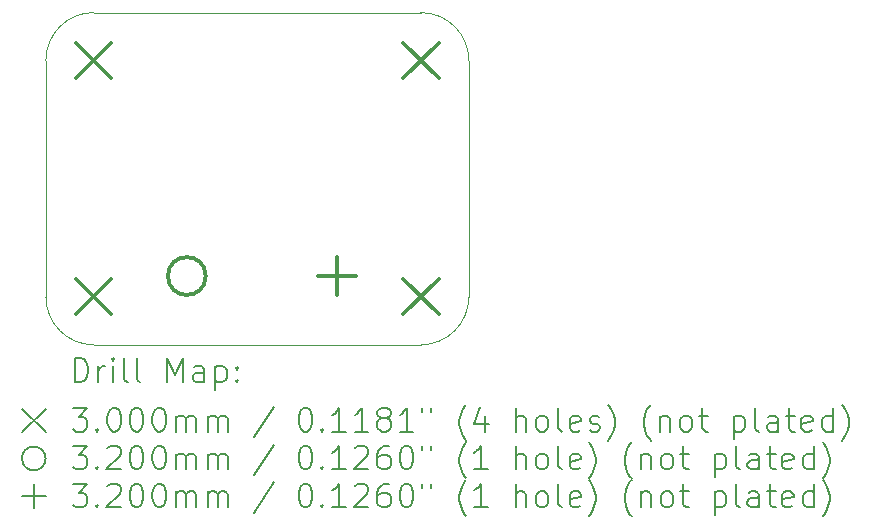
<source format=gbr>
%TF.GenerationSoftware,KiCad,Pcbnew,7.0.2*%
%TF.CreationDate,2023-08-07T19:28:32-05:00*%
%TF.ProjectId,JoystickBoard,4a6f7973-7469-4636-9b42-6f6172642e6b,rev?*%
%TF.SameCoordinates,Original*%
%TF.FileFunction,Drillmap*%
%TF.FilePolarity,Positive*%
%FSLAX45Y45*%
G04 Gerber Fmt 4.5, Leading zero omitted, Abs format (unit mm)*
G04 Created by KiCad (PCBNEW 7.0.2) date 2023-08-07 19:28:32*
%MOMM*%
%LPD*%
G01*
G04 APERTURE LIST*
%ADD10C,0.050000*%
%ADD11C,0.200000*%
%ADD12C,0.300000*%
%ADD13C,0.320000*%
G04 APERTURE END LIST*
D10*
X13258800Y-11068050D02*
G75*
G03*
X13665200Y-11474450I406400J0D01*
G01*
X16840200Y-9067800D02*
X16840200Y-11068050D01*
X13258800Y-11068050D02*
X13258800Y-9067800D01*
X16433800Y-11474450D02*
X13665200Y-11474450D01*
X13665200Y-8661400D02*
G75*
G03*
X13258800Y-9067800I0J-406400D01*
G01*
X16433800Y-8661400D02*
X13665200Y-8661400D01*
X16840200Y-9067800D02*
G75*
G03*
X16433800Y-8661400I-406400J0D01*
G01*
X16433800Y-11474450D02*
G75*
G03*
X16840200Y-11068050I0J406400D01*
G01*
D11*
D12*
X13513800Y-8917800D02*
X13813800Y-9217800D01*
X13813800Y-8917800D02*
X13513800Y-9217800D01*
X13513800Y-10917800D02*
X13813800Y-11217800D01*
X13813800Y-10917800D02*
X13513800Y-11217800D01*
X16283800Y-8917800D02*
X16583800Y-9217800D01*
X16583800Y-8917800D02*
X16283800Y-9217800D01*
X16283800Y-10917800D02*
X16583800Y-11217800D01*
X16583800Y-10917800D02*
X16283800Y-11217800D01*
D13*
X14612908Y-10892282D02*
G75*
G03*
X14612908Y-10892282I-160000J0D01*
G01*
X15722908Y-10732282D02*
X15722908Y-11052282D01*
X15562908Y-10892282D02*
X15882908Y-10892282D01*
D11*
X13503919Y-11789474D02*
X13503919Y-11589474D01*
X13503919Y-11589474D02*
X13551538Y-11589474D01*
X13551538Y-11589474D02*
X13580109Y-11598998D01*
X13580109Y-11598998D02*
X13599157Y-11618045D01*
X13599157Y-11618045D02*
X13608681Y-11637093D01*
X13608681Y-11637093D02*
X13618205Y-11675188D01*
X13618205Y-11675188D02*
X13618205Y-11703759D01*
X13618205Y-11703759D02*
X13608681Y-11741855D01*
X13608681Y-11741855D02*
X13599157Y-11760902D01*
X13599157Y-11760902D02*
X13580109Y-11779950D01*
X13580109Y-11779950D02*
X13551538Y-11789474D01*
X13551538Y-11789474D02*
X13503919Y-11789474D01*
X13703919Y-11789474D02*
X13703919Y-11656140D01*
X13703919Y-11694236D02*
X13713443Y-11675188D01*
X13713443Y-11675188D02*
X13722967Y-11665664D01*
X13722967Y-11665664D02*
X13742014Y-11656140D01*
X13742014Y-11656140D02*
X13761062Y-11656140D01*
X13827728Y-11789474D02*
X13827728Y-11656140D01*
X13827728Y-11589474D02*
X13818205Y-11598998D01*
X13818205Y-11598998D02*
X13827728Y-11608521D01*
X13827728Y-11608521D02*
X13837252Y-11598998D01*
X13837252Y-11598998D02*
X13827728Y-11589474D01*
X13827728Y-11589474D02*
X13827728Y-11608521D01*
X13951538Y-11789474D02*
X13932490Y-11779950D01*
X13932490Y-11779950D02*
X13922967Y-11760902D01*
X13922967Y-11760902D02*
X13922967Y-11589474D01*
X14056300Y-11789474D02*
X14037252Y-11779950D01*
X14037252Y-11779950D02*
X14027728Y-11760902D01*
X14027728Y-11760902D02*
X14027728Y-11589474D01*
X14284871Y-11789474D02*
X14284871Y-11589474D01*
X14284871Y-11589474D02*
X14351538Y-11732331D01*
X14351538Y-11732331D02*
X14418205Y-11589474D01*
X14418205Y-11589474D02*
X14418205Y-11789474D01*
X14599157Y-11789474D02*
X14599157Y-11684712D01*
X14599157Y-11684712D02*
X14589633Y-11665664D01*
X14589633Y-11665664D02*
X14570586Y-11656140D01*
X14570586Y-11656140D02*
X14532490Y-11656140D01*
X14532490Y-11656140D02*
X14513443Y-11665664D01*
X14599157Y-11779950D02*
X14580109Y-11789474D01*
X14580109Y-11789474D02*
X14532490Y-11789474D01*
X14532490Y-11789474D02*
X14513443Y-11779950D01*
X14513443Y-11779950D02*
X14503919Y-11760902D01*
X14503919Y-11760902D02*
X14503919Y-11741855D01*
X14503919Y-11741855D02*
X14513443Y-11722807D01*
X14513443Y-11722807D02*
X14532490Y-11713283D01*
X14532490Y-11713283D02*
X14580109Y-11713283D01*
X14580109Y-11713283D02*
X14599157Y-11703759D01*
X14694395Y-11656140D02*
X14694395Y-11856140D01*
X14694395Y-11665664D02*
X14713443Y-11656140D01*
X14713443Y-11656140D02*
X14751538Y-11656140D01*
X14751538Y-11656140D02*
X14770586Y-11665664D01*
X14770586Y-11665664D02*
X14780109Y-11675188D01*
X14780109Y-11675188D02*
X14789633Y-11694236D01*
X14789633Y-11694236D02*
X14789633Y-11751378D01*
X14789633Y-11751378D02*
X14780109Y-11770426D01*
X14780109Y-11770426D02*
X14770586Y-11779950D01*
X14770586Y-11779950D02*
X14751538Y-11789474D01*
X14751538Y-11789474D02*
X14713443Y-11789474D01*
X14713443Y-11789474D02*
X14694395Y-11779950D01*
X14875348Y-11770426D02*
X14884871Y-11779950D01*
X14884871Y-11779950D02*
X14875348Y-11789474D01*
X14875348Y-11789474D02*
X14865824Y-11779950D01*
X14865824Y-11779950D02*
X14875348Y-11770426D01*
X14875348Y-11770426D02*
X14875348Y-11789474D01*
X14875348Y-11665664D02*
X14884871Y-11675188D01*
X14884871Y-11675188D02*
X14875348Y-11684712D01*
X14875348Y-11684712D02*
X14865824Y-11675188D01*
X14865824Y-11675188D02*
X14875348Y-11665664D01*
X14875348Y-11665664D02*
X14875348Y-11684712D01*
X13056300Y-12016950D02*
X13256300Y-12216950D01*
X13256300Y-12016950D02*
X13056300Y-12216950D01*
X13484871Y-12009474D02*
X13608681Y-12009474D01*
X13608681Y-12009474D02*
X13542014Y-12085664D01*
X13542014Y-12085664D02*
X13570586Y-12085664D01*
X13570586Y-12085664D02*
X13589633Y-12095188D01*
X13589633Y-12095188D02*
X13599157Y-12104712D01*
X13599157Y-12104712D02*
X13608681Y-12123759D01*
X13608681Y-12123759D02*
X13608681Y-12171378D01*
X13608681Y-12171378D02*
X13599157Y-12190426D01*
X13599157Y-12190426D02*
X13589633Y-12199950D01*
X13589633Y-12199950D02*
X13570586Y-12209474D01*
X13570586Y-12209474D02*
X13513443Y-12209474D01*
X13513443Y-12209474D02*
X13494395Y-12199950D01*
X13494395Y-12199950D02*
X13484871Y-12190426D01*
X13694395Y-12190426D02*
X13703919Y-12199950D01*
X13703919Y-12199950D02*
X13694395Y-12209474D01*
X13694395Y-12209474D02*
X13684871Y-12199950D01*
X13684871Y-12199950D02*
X13694395Y-12190426D01*
X13694395Y-12190426D02*
X13694395Y-12209474D01*
X13827728Y-12009474D02*
X13846776Y-12009474D01*
X13846776Y-12009474D02*
X13865824Y-12018998D01*
X13865824Y-12018998D02*
X13875348Y-12028521D01*
X13875348Y-12028521D02*
X13884871Y-12047569D01*
X13884871Y-12047569D02*
X13894395Y-12085664D01*
X13894395Y-12085664D02*
X13894395Y-12133283D01*
X13894395Y-12133283D02*
X13884871Y-12171378D01*
X13884871Y-12171378D02*
X13875348Y-12190426D01*
X13875348Y-12190426D02*
X13865824Y-12199950D01*
X13865824Y-12199950D02*
X13846776Y-12209474D01*
X13846776Y-12209474D02*
X13827728Y-12209474D01*
X13827728Y-12209474D02*
X13808681Y-12199950D01*
X13808681Y-12199950D02*
X13799157Y-12190426D01*
X13799157Y-12190426D02*
X13789633Y-12171378D01*
X13789633Y-12171378D02*
X13780109Y-12133283D01*
X13780109Y-12133283D02*
X13780109Y-12085664D01*
X13780109Y-12085664D02*
X13789633Y-12047569D01*
X13789633Y-12047569D02*
X13799157Y-12028521D01*
X13799157Y-12028521D02*
X13808681Y-12018998D01*
X13808681Y-12018998D02*
X13827728Y-12009474D01*
X14018205Y-12009474D02*
X14037252Y-12009474D01*
X14037252Y-12009474D02*
X14056300Y-12018998D01*
X14056300Y-12018998D02*
X14065824Y-12028521D01*
X14065824Y-12028521D02*
X14075348Y-12047569D01*
X14075348Y-12047569D02*
X14084871Y-12085664D01*
X14084871Y-12085664D02*
X14084871Y-12133283D01*
X14084871Y-12133283D02*
X14075348Y-12171378D01*
X14075348Y-12171378D02*
X14065824Y-12190426D01*
X14065824Y-12190426D02*
X14056300Y-12199950D01*
X14056300Y-12199950D02*
X14037252Y-12209474D01*
X14037252Y-12209474D02*
X14018205Y-12209474D01*
X14018205Y-12209474D02*
X13999157Y-12199950D01*
X13999157Y-12199950D02*
X13989633Y-12190426D01*
X13989633Y-12190426D02*
X13980109Y-12171378D01*
X13980109Y-12171378D02*
X13970586Y-12133283D01*
X13970586Y-12133283D02*
X13970586Y-12085664D01*
X13970586Y-12085664D02*
X13980109Y-12047569D01*
X13980109Y-12047569D02*
X13989633Y-12028521D01*
X13989633Y-12028521D02*
X13999157Y-12018998D01*
X13999157Y-12018998D02*
X14018205Y-12009474D01*
X14208681Y-12009474D02*
X14227729Y-12009474D01*
X14227729Y-12009474D02*
X14246776Y-12018998D01*
X14246776Y-12018998D02*
X14256300Y-12028521D01*
X14256300Y-12028521D02*
X14265824Y-12047569D01*
X14265824Y-12047569D02*
X14275348Y-12085664D01*
X14275348Y-12085664D02*
X14275348Y-12133283D01*
X14275348Y-12133283D02*
X14265824Y-12171378D01*
X14265824Y-12171378D02*
X14256300Y-12190426D01*
X14256300Y-12190426D02*
X14246776Y-12199950D01*
X14246776Y-12199950D02*
X14227729Y-12209474D01*
X14227729Y-12209474D02*
X14208681Y-12209474D01*
X14208681Y-12209474D02*
X14189633Y-12199950D01*
X14189633Y-12199950D02*
X14180109Y-12190426D01*
X14180109Y-12190426D02*
X14170586Y-12171378D01*
X14170586Y-12171378D02*
X14161062Y-12133283D01*
X14161062Y-12133283D02*
X14161062Y-12085664D01*
X14161062Y-12085664D02*
X14170586Y-12047569D01*
X14170586Y-12047569D02*
X14180109Y-12028521D01*
X14180109Y-12028521D02*
X14189633Y-12018998D01*
X14189633Y-12018998D02*
X14208681Y-12009474D01*
X14361062Y-12209474D02*
X14361062Y-12076140D01*
X14361062Y-12095188D02*
X14370586Y-12085664D01*
X14370586Y-12085664D02*
X14389633Y-12076140D01*
X14389633Y-12076140D02*
X14418205Y-12076140D01*
X14418205Y-12076140D02*
X14437252Y-12085664D01*
X14437252Y-12085664D02*
X14446776Y-12104712D01*
X14446776Y-12104712D02*
X14446776Y-12209474D01*
X14446776Y-12104712D02*
X14456300Y-12085664D01*
X14456300Y-12085664D02*
X14475348Y-12076140D01*
X14475348Y-12076140D02*
X14503919Y-12076140D01*
X14503919Y-12076140D02*
X14522967Y-12085664D01*
X14522967Y-12085664D02*
X14532490Y-12104712D01*
X14532490Y-12104712D02*
X14532490Y-12209474D01*
X14627729Y-12209474D02*
X14627729Y-12076140D01*
X14627729Y-12095188D02*
X14637252Y-12085664D01*
X14637252Y-12085664D02*
X14656300Y-12076140D01*
X14656300Y-12076140D02*
X14684871Y-12076140D01*
X14684871Y-12076140D02*
X14703919Y-12085664D01*
X14703919Y-12085664D02*
X14713443Y-12104712D01*
X14713443Y-12104712D02*
X14713443Y-12209474D01*
X14713443Y-12104712D02*
X14722967Y-12085664D01*
X14722967Y-12085664D02*
X14742014Y-12076140D01*
X14742014Y-12076140D02*
X14770586Y-12076140D01*
X14770586Y-12076140D02*
X14789633Y-12085664D01*
X14789633Y-12085664D02*
X14799157Y-12104712D01*
X14799157Y-12104712D02*
X14799157Y-12209474D01*
X15189633Y-11999950D02*
X15018205Y-12257093D01*
X15446776Y-12009474D02*
X15465824Y-12009474D01*
X15465824Y-12009474D02*
X15484872Y-12018998D01*
X15484872Y-12018998D02*
X15494395Y-12028521D01*
X15494395Y-12028521D02*
X15503919Y-12047569D01*
X15503919Y-12047569D02*
X15513443Y-12085664D01*
X15513443Y-12085664D02*
X15513443Y-12133283D01*
X15513443Y-12133283D02*
X15503919Y-12171378D01*
X15503919Y-12171378D02*
X15494395Y-12190426D01*
X15494395Y-12190426D02*
X15484872Y-12199950D01*
X15484872Y-12199950D02*
X15465824Y-12209474D01*
X15465824Y-12209474D02*
X15446776Y-12209474D01*
X15446776Y-12209474D02*
X15427729Y-12199950D01*
X15427729Y-12199950D02*
X15418205Y-12190426D01*
X15418205Y-12190426D02*
X15408681Y-12171378D01*
X15408681Y-12171378D02*
X15399157Y-12133283D01*
X15399157Y-12133283D02*
X15399157Y-12085664D01*
X15399157Y-12085664D02*
X15408681Y-12047569D01*
X15408681Y-12047569D02*
X15418205Y-12028521D01*
X15418205Y-12028521D02*
X15427729Y-12018998D01*
X15427729Y-12018998D02*
X15446776Y-12009474D01*
X15599157Y-12190426D02*
X15608681Y-12199950D01*
X15608681Y-12199950D02*
X15599157Y-12209474D01*
X15599157Y-12209474D02*
X15589633Y-12199950D01*
X15589633Y-12199950D02*
X15599157Y-12190426D01*
X15599157Y-12190426D02*
X15599157Y-12209474D01*
X15799157Y-12209474D02*
X15684872Y-12209474D01*
X15742014Y-12209474D02*
X15742014Y-12009474D01*
X15742014Y-12009474D02*
X15722967Y-12038045D01*
X15722967Y-12038045D02*
X15703919Y-12057093D01*
X15703919Y-12057093D02*
X15684872Y-12066617D01*
X15989633Y-12209474D02*
X15875348Y-12209474D01*
X15932491Y-12209474D02*
X15932491Y-12009474D01*
X15932491Y-12009474D02*
X15913443Y-12038045D01*
X15913443Y-12038045D02*
X15894395Y-12057093D01*
X15894395Y-12057093D02*
X15875348Y-12066617D01*
X16103919Y-12095188D02*
X16084872Y-12085664D01*
X16084872Y-12085664D02*
X16075348Y-12076140D01*
X16075348Y-12076140D02*
X16065824Y-12057093D01*
X16065824Y-12057093D02*
X16065824Y-12047569D01*
X16065824Y-12047569D02*
X16075348Y-12028521D01*
X16075348Y-12028521D02*
X16084872Y-12018998D01*
X16084872Y-12018998D02*
X16103919Y-12009474D01*
X16103919Y-12009474D02*
X16142014Y-12009474D01*
X16142014Y-12009474D02*
X16161062Y-12018998D01*
X16161062Y-12018998D02*
X16170586Y-12028521D01*
X16170586Y-12028521D02*
X16180110Y-12047569D01*
X16180110Y-12047569D02*
X16180110Y-12057093D01*
X16180110Y-12057093D02*
X16170586Y-12076140D01*
X16170586Y-12076140D02*
X16161062Y-12085664D01*
X16161062Y-12085664D02*
X16142014Y-12095188D01*
X16142014Y-12095188D02*
X16103919Y-12095188D01*
X16103919Y-12095188D02*
X16084872Y-12104712D01*
X16084872Y-12104712D02*
X16075348Y-12114236D01*
X16075348Y-12114236D02*
X16065824Y-12133283D01*
X16065824Y-12133283D02*
X16065824Y-12171378D01*
X16065824Y-12171378D02*
X16075348Y-12190426D01*
X16075348Y-12190426D02*
X16084872Y-12199950D01*
X16084872Y-12199950D02*
X16103919Y-12209474D01*
X16103919Y-12209474D02*
X16142014Y-12209474D01*
X16142014Y-12209474D02*
X16161062Y-12199950D01*
X16161062Y-12199950D02*
X16170586Y-12190426D01*
X16170586Y-12190426D02*
X16180110Y-12171378D01*
X16180110Y-12171378D02*
X16180110Y-12133283D01*
X16180110Y-12133283D02*
X16170586Y-12114236D01*
X16170586Y-12114236D02*
X16161062Y-12104712D01*
X16161062Y-12104712D02*
X16142014Y-12095188D01*
X16370586Y-12209474D02*
X16256300Y-12209474D01*
X16313443Y-12209474D02*
X16313443Y-12009474D01*
X16313443Y-12009474D02*
X16294395Y-12038045D01*
X16294395Y-12038045D02*
X16275348Y-12057093D01*
X16275348Y-12057093D02*
X16256300Y-12066617D01*
X16446776Y-12009474D02*
X16446776Y-12047569D01*
X16522967Y-12009474D02*
X16522967Y-12047569D01*
X16818205Y-12285664D02*
X16808681Y-12276140D01*
X16808681Y-12276140D02*
X16789634Y-12247569D01*
X16789634Y-12247569D02*
X16780110Y-12228521D01*
X16780110Y-12228521D02*
X16770586Y-12199950D01*
X16770586Y-12199950D02*
X16761062Y-12152331D01*
X16761062Y-12152331D02*
X16761062Y-12114236D01*
X16761062Y-12114236D02*
X16770586Y-12066617D01*
X16770586Y-12066617D02*
X16780110Y-12038045D01*
X16780110Y-12038045D02*
X16789634Y-12018998D01*
X16789634Y-12018998D02*
X16808681Y-11990426D01*
X16808681Y-11990426D02*
X16818205Y-11980902D01*
X16980110Y-12076140D02*
X16980110Y-12209474D01*
X16932491Y-11999950D02*
X16884872Y-12142807D01*
X16884872Y-12142807D02*
X17008681Y-12142807D01*
X17237253Y-12209474D02*
X17237253Y-12009474D01*
X17322967Y-12209474D02*
X17322967Y-12104712D01*
X17322967Y-12104712D02*
X17313443Y-12085664D01*
X17313443Y-12085664D02*
X17294396Y-12076140D01*
X17294396Y-12076140D02*
X17265824Y-12076140D01*
X17265824Y-12076140D02*
X17246777Y-12085664D01*
X17246777Y-12085664D02*
X17237253Y-12095188D01*
X17446777Y-12209474D02*
X17427729Y-12199950D01*
X17427729Y-12199950D02*
X17418205Y-12190426D01*
X17418205Y-12190426D02*
X17408681Y-12171378D01*
X17408681Y-12171378D02*
X17408681Y-12114236D01*
X17408681Y-12114236D02*
X17418205Y-12095188D01*
X17418205Y-12095188D02*
X17427729Y-12085664D01*
X17427729Y-12085664D02*
X17446777Y-12076140D01*
X17446777Y-12076140D02*
X17475348Y-12076140D01*
X17475348Y-12076140D02*
X17494396Y-12085664D01*
X17494396Y-12085664D02*
X17503919Y-12095188D01*
X17503919Y-12095188D02*
X17513443Y-12114236D01*
X17513443Y-12114236D02*
X17513443Y-12171378D01*
X17513443Y-12171378D02*
X17503919Y-12190426D01*
X17503919Y-12190426D02*
X17494396Y-12199950D01*
X17494396Y-12199950D02*
X17475348Y-12209474D01*
X17475348Y-12209474D02*
X17446777Y-12209474D01*
X17627729Y-12209474D02*
X17608681Y-12199950D01*
X17608681Y-12199950D02*
X17599158Y-12180902D01*
X17599158Y-12180902D02*
X17599158Y-12009474D01*
X17780110Y-12199950D02*
X17761062Y-12209474D01*
X17761062Y-12209474D02*
X17722967Y-12209474D01*
X17722967Y-12209474D02*
X17703919Y-12199950D01*
X17703919Y-12199950D02*
X17694396Y-12180902D01*
X17694396Y-12180902D02*
X17694396Y-12104712D01*
X17694396Y-12104712D02*
X17703919Y-12085664D01*
X17703919Y-12085664D02*
X17722967Y-12076140D01*
X17722967Y-12076140D02*
X17761062Y-12076140D01*
X17761062Y-12076140D02*
X17780110Y-12085664D01*
X17780110Y-12085664D02*
X17789634Y-12104712D01*
X17789634Y-12104712D02*
X17789634Y-12123759D01*
X17789634Y-12123759D02*
X17694396Y-12142807D01*
X17865824Y-12199950D02*
X17884872Y-12209474D01*
X17884872Y-12209474D02*
X17922967Y-12209474D01*
X17922967Y-12209474D02*
X17942015Y-12199950D01*
X17942015Y-12199950D02*
X17951539Y-12180902D01*
X17951539Y-12180902D02*
X17951539Y-12171378D01*
X17951539Y-12171378D02*
X17942015Y-12152331D01*
X17942015Y-12152331D02*
X17922967Y-12142807D01*
X17922967Y-12142807D02*
X17894396Y-12142807D01*
X17894396Y-12142807D02*
X17875348Y-12133283D01*
X17875348Y-12133283D02*
X17865824Y-12114236D01*
X17865824Y-12114236D02*
X17865824Y-12104712D01*
X17865824Y-12104712D02*
X17875348Y-12085664D01*
X17875348Y-12085664D02*
X17894396Y-12076140D01*
X17894396Y-12076140D02*
X17922967Y-12076140D01*
X17922967Y-12076140D02*
X17942015Y-12085664D01*
X18018205Y-12285664D02*
X18027729Y-12276140D01*
X18027729Y-12276140D02*
X18046777Y-12247569D01*
X18046777Y-12247569D02*
X18056300Y-12228521D01*
X18056300Y-12228521D02*
X18065824Y-12199950D01*
X18065824Y-12199950D02*
X18075348Y-12152331D01*
X18075348Y-12152331D02*
X18075348Y-12114236D01*
X18075348Y-12114236D02*
X18065824Y-12066617D01*
X18065824Y-12066617D02*
X18056300Y-12038045D01*
X18056300Y-12038045D02*
X18046777Y-12018998D01*
X18046777Y-12018998D02*
X18027729Y-11990426D01*
X18027729Y-11990426D02*
X18018205Y-11980902D01*
X18380110Y-12285664D02*
X18370586Y-12276140D01*
X18370586Y-12276140D02*
X18351539Y-12247569D01*
X18351539Y-12247569D02*
X18342015Y-12228521D01*
X18342015Y-12228521D02*
X18332491Y-12199950D01*
X18332491Y-12199950D02*
X18322967Y-12152331D01*
X18322967Y-12152331D02*
X18322967Y-12114236D01*
X18322967Y-12114236D02*
X18332491Y-12066617D01*
X18332491Y-12066617D02*
X18342015Y-12038045D01*
X18342015Y-12038045D02*
X18351539Y-12018998D01*
X18351539Y-12018998D02*
X18370586Y-11990426D01*
X18370586Y-11990426D02*
X18380110Y-11980902D01*
X18456300Y-12076140D02*
X18456300Y-12209474D01*
X18456300Y-12095188D02*
X18465824Y-12085664D01*
X18465824Y-12085664D02*
X18484872Y-12076140D01*
X18484872Y-12076140D02*
X18513443Y-12076140D01*
X18513443Y-12076140D02*
X18532491Y-12085664D01*
X18532491Y-12085664D02*
X18542015Y-12104712D01*
X18542015Y-12104712D02*
X18542015Y-12209474D01*
X18665824Y-12209474D02*
X18646777Y-12199950D01*
X18646777Y-12199950D02*
X18637253Y-12190426D01*
X18637253Y-12190426D02*
X18627729Y-12171378D01*
X18627729Y-12171378D02*
X18627729Y-12114236D01*
X18627729Y-12114236D02*
X18637253Y-12095188D01*
X18637253Y-12095188D02*
X18646777Y-12085664D01*
X18646777Y-12085664D02*
X18665824Y-12076140D01*
X18665824Y-12076140D02*
X18694396Y-12076140D01*
X18694396Y-12076140D02*
X18713443Y-12085664D01*
X18713443Y-12085664D02*
X18722967Y-12095188D01*
X18722967Y-12095188D02*
X18732491Y-12114236D01*
X18732491Y-12114236D02*
X18732491Y-12171378D01*
X18732491Y-12171378D02*
X18722967Y-12190426D01*
X18722967Y-12190426D02*
X18713443Y-12199950D01*
X18713443Y-12199950D02*
X18694396Y-12209474D01*
X18694396Y-12209474D02*
X18665824Y-12209474D01*
X18789634Y-12076140D02*
X18865824Y-12076140D01*
X18818205Y-12009474D02*
X18818205Y-12180902D01*
X18818205Y-12180902D02*
X18827729Y-12199950D01*
X18827729Y-12199950D02*
X18846777Y-12209474D01*
X18846777Y-12209474D02*
X18865824Y-12209474D01*
X19084872Y-12076140D02*
X19084872Y-12276140D01*
X19084872Y-12085664D02*
X19103920Y-12076140D01*
X19103920Y-12076140D02*
X19142015Y-12076140D01*
X19142015Y-12076140D02*
X19161062Y-12085664D01*
X19161062Y-12085664D02*
X19170586Y-12095188D01*
X19170586Y-12095188D02*
X19180110Y-12114236D01*
X19180110Y-12114236D02*
X19180110Y-12171378D01*
X19180110Y-12171378D02*
X19170586Y-12190426D01*
X19170586Y-12190426D02*
X19161062Y-12199950D01*
X19161062Y-12199950D02*
X19142015Y-12209474D01*
X19142015Y-12209474D02*
X19103920Y-12209474D01*
X19103920Y-12209474D02*
X19084872Y-12199950D01*
X19294396Y-12209474D02*
X19275348Y-12199950D01*
X19275348Y-12199950D02*
X19265824Y-12180902D01*
X19265824Y-12180902D02*
X19265824Y-12009474D01*
X19456301Y-12209474D02*
X19456301Y-12104712D01*
X19456301Y-12104712D02*
X19446777Y-12085664D01*
X19446777Y-12085664D02*
X19427729Y-12076140D01*
X19427729Y-12076140D02*
X19389634Y-12076140D01*
X19389634Y-12076140D02*
X19370586Y-12085664D01*
X19456301Y-12199950D02*
X19437253Y-12209474D01*
X19437253Y-12209474D02*
X19389634Y-12209474D01*
X19389634Y-12209474D02*
X19370586Y-12199950D01*
X19370586Y-12199950D02*
X19361062Y-12180902D01*
X19361062Y-12180902D02*
X19361062Y-12161855D01*
X19361062Y-12161855D02*
X19370586Y-12142807D01*
X19370586Y-12142807D02*
X19389634Y-12133283D01*
X19389634Y-12133283D02*
X19437253Y-12133283D01*
X19437253Y-12133283D02*
X19456301Y-12123759D01*
X19522967Y-12076140D02*
X19599158Y-12076140D01*
X19551539Y-12009474D02*
X19551539Y-12180902D01*
X19551539Y-12180902D02*
X19561062Y-12199950D01*
X19561062Y-12199950D02*
X19580110Y-12209474D01*
X19580110Y-12209474D02*
X19599158Y-12209474D01*
X19742015Y-12199950D02*
X19722967Y-12209474D01*
X19722967Y-12209474D02*
X19684872Y-12209474D01*
X19684872Y-12209474D02*
X19665824Y-12199950D01*
X19665824Y-12199950D02*
X19656301Y-12180902D01*
X19656301Y-12180902D02*
X19656301Y-12104712D01*
X19656301Y-12104712D02*
X19665824Y-12085664D01*
X19665824Y-12085664D02*
X19684872Y-12076140D01*
X19684872Y-12076140D02*
X19722967Y-12076140D01*
X19722967Y-12076140D02*
X19742015Y-12085664D01*
X19742015Y-12085664D02*
X19751539Y-12104712D01*
X19751539Y-12104712D02*
X19751539Y-12123759D01*
X19751539Y-12123759D02*
X19656301Y-12142807D01*
X19922967Y-12209474D02*
X19922967Y-12009474D01*
X19922967Y-12199950D02*
X19903920Y-12209474D01*
X19903920Y-12209474D02*
X19865824Y-12209474D01*
X19865824Y-12209474D02*
X19846777Y-12199950D01*
X19846777Y-12199950D02*
X19837253Y-12190426D01*
X19837253Y-12190426D02*
X19827729Y-12171378D01*
X19827729Y-12171378D02*
X19827729Y-12114236D01*
X19827729Y-12114236D02*
X19837253Y-12095188D01*
X19837253Y-12095188D02*
X19846777Y-12085664D01*
X19846777Y-12085664D02*
X19865824Y-12076140D01*
X19865824Y-12076140D02*
X19903920Y-12076140D01*
X19903920Y-12076140D02*
X19922967Y-12085664D01*
X19999158Y-12285664D02*
X20008682Y-12276140D01*
X20008682Y-12276140D02*
X20027729Y-12247569D01*
X20027729Y-12247569D02*
X20037253Y-12228521D01*
X20037253Y-12228521D02*
X20046777Y-12199950D01*
X20046777Y-12199950D02*
X20056301Y-12152331D01*
X20056301Y-12152331D02*
X20056301Y-12114236D01*
X20056301Y-12114236D02*
X20046777Y-12066617D01*
X20046777Y-12066617D02*
X20037253Y-12038045D01*
X20037253Y-12038045D02*
X20027729Y-12018998D01*
X20027729Y-12018998D02*
X20008682Y-11990426D01*
X20008682Y-11990426D02*
X19999158Y-11980902D01*
X13256300Y-12436950D02*
G75*
G03*
X13256300Y-12436950I-100000J0D01*
G01*
X13484871Y-12329474D02*
X13608681Y-12329474D01*
X13608681Y-12329474D02*
X13542014Y-12405664D01*
X13542014Y-12405664D02*
X13570586Y-12405664D01*
X13570586Y-12405664D02*
X13589633Y-12415188D01*
X13589633Y-12415188D02*
X13599157Y-12424712D01*
X13599157Y-12424712D02*
X13608681Y-12443759D01*
X13608681Y-12443759D02*
X13608681Y-12491378D01*
X13608681Y-12491378D02*
X13599157Y-12510426D01*
X13599157Y-12510426D02*
X13589633Y-12519950D01*
X13589633Y-12519950D02*
X13570586Y-12529474D01*
X13570586Y-12529474D02*
X13513443Y-12529474D01*
X13513443Y-12529474D02*
X13494395Y-12519950D01*
X13494395Y-12519950D02*
X13484871Y-12510426D01*
X13694395Y-12510426D02*
X13703919Y-12519950D01*
X13703919Y-12519950D02*
X13694395Y-12529474D01*
X13694395Y-12529474D02*
X13684871Y-12519950D01*
X13684871Y-12519950D02*
X13694395Y-12510426D01*
X13694395Y-12510426D02*
X13694395Y-12529474D01*
X13780109Y-12348521D02*
X13789633Y-12338998D01*
X13789633Y-12338998D02*
X13808681Y-12329474D01*
X13808681Y-12329474D02*
X13856300Y-12329474D01*
X13856300Y-12329474D02*
X13875348Y-12338998D01*
X13875348Y-12338998D02*
X13884871Y-12348521D01*
X13884871Y-12348521D02*
X13894395Y-12367569D01*
X13894395Y-12367569D02*
X13894395Y-12386617D01*
X13894395Y-12386617D02*
X13884871Y-12415188D01*
X13884871Y-12415188D02*
X13770586Y-12529474D01*
X13770586Y-12529474D02*
X13894395Y-12529474D01*
X14018205Y-12329474D02*
X14037252Y-12329474D01*
X14037252Y-12329474D02*
X14056300Y-12338998D01*
X14056300Y-12338998D02*
X14065824Y-12348521D01*
X14065824Y-12348521D02*
X14075348Y-12367569D01*
X14075348Y-12367569D02*
X14084871Y-12405664D01*
X14084871Y-12405664D02*
X14084871Y-12453283D01*
X14084871Y-12453283D02*
X14075348Y-12491378D01*
X14075348Y-12491378D02*
X14065824Y-12510426D01*
X14065824Y-12510426D02*
X14056300Y-12519950D01*
X14056300Y-12519950D02*
X14037252Y-12529474D01*
X14037252Y-12529474D02*
X14018205Y-12529474D01*
X14018205Y-12529474D02*
X13999157Y-12519950D01*
X13999157Y-12519950D02*
X13989633Y-12510426D01*
X13989633Y-12510426D02*
X13980109Y-12491378D01*
X13980109Y-12491378D02*
X13970586Y-12453283D01*
X13970586Y-12453283D02*
X13970586Y-12405664D01*
X13970586Y-12405664D02*
X13980109Y-12367569D01*
X13980109Y-12367569D02*
X13989633Y-12348521D01*
X13989633Y-12348521D02*
X13999157Y-12338998D01*
X13999157Y-12338998D02*
X14018205Y-12329474D01*
X14208681Y-12329474D02*
X14227729Y-12329474D01*
X14227729Y-12329474D02*
X14246776Y-12338998D01*
X14246776Y-12338998D02*
X14256300Y-12348521D01*
X14256300Y-12348521D02*
X14265824Y-12367569D01*
X14265824Y-12367569D02*
X14275348Y-12405664D01*
X14275348Y-12405664D02*
X14275348Y-12453283D01*
X14275348Y-12453283D02*
X14265824Y-12491378D01*
X14265824Y-12491378D02*
X14256300Y-12510426D01*
X14256300Y-12510426D02*
X14246776Y-12519950D01*
X14246776Y-12519950D02*
X14227729Y-12529474D01*
X14227729Y-12529474D02*
X14208681Y-12529474D01*
X14208681Y-12529474D02*
X14189633Y-12519950D01*
X14189633Y-12519950D02*
X14180109Y-12510426D01*
X14180109Y-12510426D02*
X14170586Y-12491378D01*
X14170586Y-12491378D02*
X14161062Y-12453283D01*
X14161062Y-12453283D02*
X14161062Y-12405664D01*
X14161062Y-12405664D02*
X14170586Y-12367569D01*
X14170586Y-12367569D02*
X14180109Y-12348521D01*
X14180109Y-12348521D02*
X14189633Y-12338998D01*
X14189633Y-12338998D02*
X14208681Y-12329474D01*
X14361062Y-12529474D02*
X14361062Y-12396140D01*
X14361062Y-12415188D02*
X14370586Y-12405664D01*
X14370586Y-12405664D02*
X14389633Y-12396140D01*
X14389633Y-12396140D02*
X14418205Y-12396140D01*
X14418205Y-12396140D02*
X14437252Y-12405664D01*
X14437252Y-12405664D02*
X14446776Y-12424712D01*
X14446776Y-12424712D02*
X14446776Y-12529474D01*
X14446776Y-12424712D02*
X14456300Y-12405664D01*
X14456300Y-12405664D02*
X14475348Y-12396140D01*
X14475348Y-12396140D02*
X14503919Y-12396140D01*
X14503919Y-12396140D02*
X14522967Y-12405664D01*
X14522967Y-12405664D02*
X14532490Y-12424712D01*
X14532490Y-12424712D02*
X14532490Y-12529474D01*
X14627729Y-12529474D02*
X14627729Y-12396140D01*
X14627729Y-12415188D02*
X14637252Y-12405664D01*
X14637252Y-12405664D02*
X14656300Y-12396140D01*
X14656300Y-12396140D02*
X14684871Y-12396140D01*
X14684871Y-12396140D02*
X14703919Y-12405664D01*
X14703919Y-12405664D02*
X14713443Y-12424712D01*
X14713443Y-12424712D02*
X14713443Y-12529474D01*
X14713443Y-12424712D02*
X14722967Y-12405664D01*
X14722967Y-12405664D02*
X14742014Y-12396140D01*
X14742014Y-12396140D02*
X14770586Y-12396140D01*
X14770586Y-12396140D02*
X14789633Y-12405664D01*
X14789633Y-12405664D02*
X14799157Y-12424712D01*
X14799157Y-12424712D02*
X14799157Y-12529474D01*
X15189633Y-12319950D02*
X15018205Y-12577093D01*
X15446776Y-12329474D02*
X15465824Y-12329474D01*
X15465824Y-12329474D02*
X15484872Y-12338998D01*
X15484872Y-12338998D02*
X15494395Y-12348521D01*
X15494395Y-12348521D02*
X15503919Y-12367569D01*
X15503919Y-12367569D02*
X15513443Y-12405664D01*
X15513443Y-12405664D02*
X15513443Y-12453283D01*
X15513443Y-12453283D02*
X15503919Y-12491378D01*
X15503919Y-12491378D02*
X15494395Y-12510426D01*
X15494395Y-12510426D02*
X15484872Y-12519950D01*
X15484872Y-12519950D02*
X15465824Y-12529474D01*
X15465824Y-12529474D02*
X15446776Y-12529474D01*
X15446776Y-12529474D02*
X15427729Y-12519950D01*
X15427729Y-12519950D02*
X15418205Y-12510426D01*
X15418205Y-12510426D02*
X15408681Y-12491378D01*
X15408681Y-12491378D02*
X15399157Y-12453283D01*
X15399157Y-12453283D02*
X15399157Y-12405664D01*
X15399157Y-12405664D02*
X15408681Y-12367569D01*
X15408681Y-12367569D02*
X15418205Y-12348521D01*
X15418205Y-12348521D02*
X15427729Y-12338998D01*
X15427729Y-12338998D02*
X15446776Y-12329474D01*
X15599157Y-12510426D02*
X15608681Y-12519950D01*
X15608681Y-12519950D02*
X15599157Y-12529474D01*
X15599157Y-12529474D02*
X15589633Y-12519950D01*
X15589633Y-12519950D02*
X15599157Y-12510426D01*
X15599157Y-12510426D02*
X15599157Y-12529474D01*
X15799157Y-12529474D02*
X15684872Y-12529474D01*
X15742014Y-12529474D02*
X15742014Y-12329474D01*
X15742014Y-12329474D02*
X15722967Y-12358045D01*
X15722967Y-12358045D02*
X15703919Y-12377093D01*
X15703919Y-12377093D02*
X15684872Y-12386617D01*
X15875348Y-12348521D02*
X15884872Y-12338998D01*
X15884872Y-12338998D02*
X15903919Y-12329474D01*
X15903919Y-12329474D02*
X15951538Y-12329474D01*
X15951538Y-12329474D02*
X15970586Y-12338998D01*
X15970586Y-12338998D02*
X15980110Y-12348521D01*
X15980110Y-12348521D02*
X15989633Y-12367569D01*
X15989633Y-12367569D02*
X15989633Y-12386617D01*
X15989633Y-12386617D02*
X15980110Y-12415188D01*
X15980110Y-12415188D02*
X15865824Y-12529474D01*
X15865824Y-12529474D02*
X15989633Y-12529474D01*
X16161062Y-12329474D02*
X16122967Y-12329474D01*
X16122967Y-12329474D02*
X16103919Y-12338998D01*
X16103919Y-12338998D02*
X16094395Y-12348521D01*
X16094395Y-12348521D02*
X16075348Y-12377093D01*
X16075348Y-12377093D02*
X16065824Y-12415188D01*
X16065824Y-12415188D02*
X16065824Y-12491378D01*
X16065824Y-12491378D02*
X16075348Y-12510426D01*
X16075348Y-12510426D02*
X16084872Y-12519950D01*
X16084872Y-12519950D02*
X16103919Y-12529474D01*
X16103919Y-12529474D02*
X16142014Y-12529474D01*
X16142014Y-12529474D02*
X16161062Y-12519950D01*
X16161062Y-12519950D02*
X16170586Y-12510426D01*
X16170586Y-12510426D02*
X16180110Y-12491378D01*
X16180110Y-12491378D02*
X16180110Y-12443759D01*
X16180110Y-12443759D02*
X16170586Y-12424712D01*
X16170586Y-12424712D02*
X16161062Y-12415188D01*
X16161062Y-12415188D02*
X16142014Y-12405664D01*
X16142014Y-12405664D02*
X16103919Y-12405664D01*
X16103919Y-12405664D02*
X16084872Y-12415188D01*
X16084872Y-12415188D02*
X16075348Y-12424712D01*
X16075348Y-12424712D02*
X16065824Y-12443759D01*
X16303919Y-12329474D02*
X16322967Y-12329474D01*
X16322967Y-12329474D02*
X16342014Y-12338998D01*
X16342014Y-12338998D02*
X16351538Y-12348521D01*
X16351538Y-12348521D02*
X16361062Y-12367569D01*
X16361062Y-12367569D02*
X16370586Y-12405664D01*
X16370586Y-12405664D02*
X16370586Y-12453283D01*
X16370586Y-12453283D02*
X16361062Y-12491378D01*
X16361062Y-12491378D02*
X16351538Y-12510426D01*
X16351538Y-12510426D02*
X16342014Y-12519950D01*
X16342014Y-12519950D02*
X16322967Y-12529474D01*
X16322967Y-12529474D02*
X16303919Y-12529474D01*
X16303919Y-12529474D02*
X16284872Y-12519950D01*
X16284872Y-12519950D02*
X16275348Y-12510426D01*
X16275348Y-12510426D02*
X16265824Y-12491378D01*
X16265824Y-12491378D02*
X16256300Y-12453283D01*
X16256300Y-12453283D02*
X16256300Y-12405664D01*
X16256300Y-12405664D02*
X16265824Y-12367569D01*
X16265824Y-12367569D02*
X16275348Y-12348521D01*
X16275348Y-12348521D02*
X16284872Y-12338998D01*
X16284872Y-12338998D02*
X16303919Y-12329474D01*
X16446776Y-12329474D02*
X16446776Y-12367569D01*
X16522967Y-12329474D02*
X16522967Y-12367569D01*
X16818205Y-12605664D02*
X16808681Y-12596140D01*
X16808681Y-12596140D02*
X16789634Y-12567569D01*
X16789634Y-12567569D02*
X16780110Y-12548521D01*
X16780110Y-12548521D02*
X16770586Y-12519950D01*
X16770586Y-12519950D02*
X16761062Y-12472331D01*
X16761062Y-12472331D02*
X16761062Y-12434236D01*
X16761062Y-12434236D02*
X16770586Y-12386617D01*
X16770586Y-12386617D02*
X16780110Y-12358045D01*
X16780110Y-12358045D02*
X16789634Y-12338998D01*
X16789634Y-12338998D02*
X16808681Y-12310426D01*
X16808681Y-12310426D02*
X16818205Y-12300902D01*
X16999157Y-12529474D02*
X16884872Y-12529474D01*
X16942015Y-12529474D02*
X16942015Y-12329474D01*
X16942015Y-12329474D02*
X16922967Y-12358045D01*
X16922967Y-12358045D02*
X16903919Y-12377093D01*
X16903919Y-12377093D02*
X16884872Y-12386617D01*
X17237253Y-12529474D02*
X17237253Y-12329474D01*
X17322967Y-12529474D02*
X17322967Y-12424712D01*
X17322967Y-12424712D02*
X17313443Y-12405664D01*
X17313443Y-12405664D02*
X17294396Y-12396140D01*
X17294396Y-12396140D02*
X17265824Y-12396140D01*
X17265824Y-12396140D02*
X17246777Y-12405664D01*
X17246777Y-12405664D02*
X17237253Y-12415188D01*
X17446777Y-12529474D02*
X17427729Y-12519950D01*
X17427729Y-12519950D02*
X17418205Y-12510426D01*
X17418205Y-12510426D02*
X17408681Y-12491378D01*
X17408681Y-12491378D02*
X17408681Y-12434236D01*
X17408681Y-12434236D02*
X17418205Y-12415188D01*
X17418205Y-12415188D02*
X17427729Y-12405664D01*
X17427729Y-12405664D02*
X17446777Y-12396140D01*
X17446777Y-12396140D02*
X17475348Y-12396140D01*
X17475348Y-12396140D02*
X17494396Y-12405664D01*
X17494396Y-12405664D02*
X17503919Y-12415188D01*
X17503919Y-12415188D02*
X17513443Y-12434236D01*
X17513443Y-12434236D02*
X17513443Y-12491378D01*
X17513443Y-12491378D02*
X17503919Y-12510426D01*
X17503919Y-12510426D02*
X17494396Y-12519950D01*
X17494396Y-12519950D02*
X17475348Y-12529474D01*
X17475348Y-12529474D02*
X17446777Y-12529474D01*
X17627729Y-12529474D02*
X17608681Y-12519950D01*
X17608681Y-12519950D02*
X17599158Y-12500902D01*
X17599158Y-12500902D02*
X17599158Y-12329474D01*
X17780110Y-12519950D02*
X17761062Y-12529474D01*
X17761062Y-12529474D02*
X17722967Y-12529474D01*
X17722967Y-12529474D02*
X17703919Y-12519950D01*
X17703919Y-12519950D02*
X17694396Y-12500902D01*
X17694396Y-12500902D02*
X17694396Y-12424712D01*
X17694396Y-12424712D02*
X17703919Y-12405664D01*
X17703919Y-12405664D02*
X17722967Y-12396140D01*
X17722967Y-12396140D02*
X17761062Y-12396140D01*
X17761062Y-12396140D02*
X17780110Y-12405664D01*
X17780110Y-12405664D02*
X17789634Y-12424712D01*
X17789634Y-12424712D02*
X17789634Y-12443759D01*
X17789634Y-12443759D02*
X17694396Y-12462807D01*
X17856300Y-12605664D02*
X17865824Y-12596140D01*
X17865824Y-12596140D02*
X17884872Y-12567569D01*
X17884872Y-12567569D02*
X17894396Y-12548521D01*
X17894396Y-12548521D02*
X17903919Y-12519950D01*
X17903919Y-12519950D02*
X17913443Y-12472331D01*
X17913443Y-12472331D02*
X17913443Y-12434236D01*
X17913443Y-12434236D02*
X17903919Y-12386617D01*
X17903919Y-12386617D02*
X17894396Y-12358045D01*
X17894396Y-12358045D02*
X17884872Y-12338998D01*
X17884872Y-12338998D02*
X17865824Y-12310426D01*
X17865824Y-12310426D02*
X17856300Y-12300902D01*
X18218205Y-12605664D02*
X18208681Y-12596140D01*
X18208681Y-12596140D02*
X18189634Y-12567569D01*
X18189634Y-12567569D02*
X18180110Y-12548521D01*
X18180110Y-12548521D02*
X18170586Y-12519950D01*
X18170586Y-12519950D02*
X18161062Y-12472331D01*
X18161062Y-12472331D02*
X18161062Y-12434236D01*
X18161062Y-12434236D02*
X18170586Y-12386617D01*
X18170586Y-12386617D02*
X18180110Y-12358045D01*
X18180110Y-12358045D02*
X18189634Y-12338998D01*
X18189634Y-12338998D02*
X18208681Y-12310426D01*
X18208681Y-12310426D02*
X18218205Y-12300902D01*
X18294396Y-12396140D02*
X18294396Y-12529474D01*
X18294396Y-12415188D02*
X18303919Y-12405664D01*
X18303919Y-12405664D02*
X18322967Y-12396140D01*
X18322967Y-12396140D02*
X18351539Y-12396140D01*
X18351539Y-12396140D02*
X18370586Y-12405664D01*
X18370586Y-12405664D02*
X18380110Y-12424712D01*
X18380110Y-12424712D02*
X18380110Y-12529474D01*
X18503919Y-12529474D02*
X18484872Y-12519950D01*
X18484872Y-12519950D02*
X18475348Y-12510426D01*
X18475348Y-12510426D02*
X18465824Y-12491378D01*
X18465824Y-12491378D02*
X18465824Y-12434236D01*
X18465824Y-12434236D02*
X18475348Y-12415188D01*
X18475348Y-12415188D02*
X18484872Y-12405664D01*
X18484872Y-12405664D02*
X18503919Y-12396140D01*
X18503919Y-12396140D02*
X18532491Y-12396140D01*
X18532491Y-12396140D02*
X18551539Y-12405664D01*
X18551539Y-12405664D02*
X18561062Y-12415188D01*
X18561062Y-12415188D02*
X18570586Y-12434236D01*
X18570586Y-12434236D02*
X18570586Y-12491378D01*
X18570586Y-12491378D02*
X18561062Y-12510426D01*
X18561062Y-12510426D02*
X18551539Y-12519950D01*
X18551539Y-12519950D02*
X18532491Y-12529474D01*
X18532491Y-12529474D02*
X18503919Y-12529474D01*
X18627729Y-12396140D02*
X18703919Y-12396140D01*
X18656300Y-12329474D02*
X18656300Y-12500902D01*
X18656300Y-12500902D02*
X18665824Y-12519950D01*
X18665824Y-12519950D02*
X18684872Y-12529474D01*
X18684872Y-12529474D02*
X18703919Y-12529474D01*
X18922967Y-12396140D02*
X18922967Y-12596140D01*
X18922967Y-12405664D02*
X18942015Y-12396140D01*
X18942015Y-12396140D02*
X18980110Y-12396140D01*
X18980110Y-12396140D02*
X18999158Y-12405664D01*
X18999158Y-12405664D02*
X19008681Y-12415188D01*
X19008681Y-12415188D02*
X19018205Y-12434236D01*
X19018205Y-12434236D02*
X19018205Y-12491378D01*
X19018205Y-12491378D02*
X19008681Y-12510426D01*
X19008681Y-12510426D02*
X18999158Y-12519950D01*
X18999158Y-12519950D02*
X18980110Y-12529474D01*
X18980110Y-12529474D02*
X18942015Y-12529474D01*
X18942015Y-12529474D02*
X18922967Y-12519950D01*
X19132491Y-12529474D02*
X19113443Y-12519950D01*
X19113443Y-12519950D02*
X19103920Y-12500902D01*
X19103920Y-12500902D02*
X19103920Y-12329474D01*
X19294396Y-12529474D02*
X19294396Y-12424712D01*
X19294396Y-12424712D02*
X19284872Y-12405664D01*
X19284872Y-12405664D02*
X19265824Y-12396140D01*
X19265824Y-12396140D02*
X19227729Y-12396140D01*
X19227729Y-12396140D02*
X19208681Y-12405664D01*
X19294396Y-12519950D02*
X19275348Y-12529474D01*
X19275348Y-12529474D02*
X19227729Y-12529474D01*
X19227729Y-12529474D02*
X19208681Y-12519950D01*
X19208681Y-12519950D02*
X19199158Y-12500902D01*
X19199158Y-12500902D02*
X19199158Y-12481855D01*
X19199158Y-12481855D02*
X19208681Y-12462807D01*
X19208681Y-12462807D02*
X19227729Y-12453283D01*
X19227729Y-12453283D02*
X19275348Y-12453283D01*
X19275348Y-12453283D02*
X19294396Y-12443759D01*
X19361062Y-12396140D02*
X19437253Y-12396140D01*
X19389634Y-12329474D02*
X19389634Y-12500902D01*
X19389634Y-12500902D02*
X19399158Y-12519950D01*
X19399158Y-12519950D02*
X19418205Y-12529474D01*
X19418205Y-12529474D02*
X19437253Y-12529474D01*
X19580110Y-12519950D02*
X19561062Y-12529474D01*
X19561062Y-12529474D02*
X19522967Y-12529474D01*
X19522967Y-12529474D02*
X19503920Y-12519950D01*
X19503920Y-12519950D02*
X19494396Y-12500902D01*
X19494396Y-12500902D02*
X19494396Y-12424712D01*
X19494396Y-12424712D02*
X19503920Y-12405664D01*
X19503920Y-12405664D02*
X19522967Y-12396140D01*
X19522967Y-12396140D02*
X19561062Y-12396140D01*
X19561062Y-12396140D02*
X19580110Y-12405664D01*
X19580110Y-12405664D02*
X19589634Y-12424712D01*
X19589634Y-12424712D02*
X19589634Y-12443759D01*
X19589634Y-12443759D02*
X19494396Y-12462807D01*
X19761062Y-12529474D02*
X19761062Y-12329474D01*
X19761062Y-12519950D02*
X19742015Y-12529474D01*
X19742015Y-12529474D02*
X19703920Y-12529474D01*
X19703920Y-12529474D02*
X19684872Y-12519950D01*
X19684872Y-12519950D02*
X19675348Y-12510426D01*
X19675348Y-12510426D02*
X19665824Y-12491378D01*
X19665824Y-12491378D02*
X19665824Y-12434236D01*
X19665824Y-12434236D02*
X19675348Y-12415188D01*
X19675348Y-12415188D02*
X19684872Y-12405664D01*
X19684872Y-12405664D02*
X19703920Y-12396140D01*
X19703920Y-12396140D02*
X19742015Y-12396140D01*
X19742015Y-12396140D02*
X19761062Y-12405664D01*
X19837253Y-12605664D02*
X19846777Y-12596140D01*
X19846777Y-12596140D02*
X19865824Y-12567569D01*
X19865824Y-12567569D02*
X19875348Y-12548521D01*
X19875348Y-12548521D02*
X19884872Y-12519950D01*
X19884872Y-12519950D02*
X19894396Y-12472331D01*
X19894396Y-12472331D02*
X19894396Y-12434236D01*
X19894396Y-12434236D02*
X19884872Y-12386617D01*
X19884872Y-12386617D02*
X19875348Y-12358045D01*
X19875348Y-12358045D02*
X19865824Y-12338998D01*
X19865824Y-12338998D02*
X19846777Y-12310426D01*
X19846777Y-12310426D02*
X19837253Y-12300902D01*
X13156300Y-12656950D02*
X13156300Y-12856950D01*
X13056300Y-12756950D02*
X13256300Y-12756950D01*
X13484871Y-12649474D02*
X13608681Y-12649474D01*
X13608681Y-12649474D02*
X13542014Y-12725664D01*
X13542014Y-12725664D02*
X13570586Y-12725664D01*
X13570586Y-12725664D02*
X13589633Y-12735188D01*
X13589633Y-12735188D02*
X13599157Y-12744712D01*
X13599157Y-12744712D02*
X13608681Y-12763759D01*
X13608681Y-12763759D02*
X13608681Y-12811378D01*
X13608681Y-12811378D02*
X13599157Y-12830426D01*
X13599157Y-12830426D02*
X13589633Y-12839950D01*
X13589633Y-12839950D02*
X13570586Y-12849474D01*
X13570586Y-12849474D02*
X13513443Y-12849474D01*
X13513443Y-12849474D02*
X13494395Y-12839950D01*
X13494395Y-12839950D02*
X13484871Y-12830426D01*
X13694395Y-12830426D02*
X13703919Y-12839950D01*
X13703919Y-12839950D02*
X13694395Y-12849474D01*
X13694395Y-12849474D02*
X13684871Y-12839950D01*
X13684871Y-12839950D02*
X13694395Y-12830426D01*
X13694395Y-12830426D02*
X13694395Y-12849474D01*
X13780109Y-12668521D02*
X13789633Y-12658998D01*
X13789633Y-12658998D02*
X13808681Y-12649474D01*
X13808681Y-12649474D02*
X13856300Y-12649474D01*
X13856300Y-12649474D02*
X13875348Y-12658998D01*
X13875348Y-12658998D02*
X13884871Y-12668521D01*
X13884871Y-12668521D02*
X13894395Y-12687569D01*
X13894395Y-12687569D02*
X13894395Y-12706617D01*
X13894395Y-12706617D02*
X13884871Y-12735188D01*
X13884871Y-12735188D02*
X13770586Y-12849474D01*
X13770586Y-12849474D02*
X13894395Y-12849474D01*
X14018205Y-12649474D02*
X14037252Y-12649474D01*
X14037252Y-12649474D02*
X14056300Y-12658998D01*
X14056300Y-12658998D02*
X14065824Y-12668521D01*
X14065824Y-12668521D02*
X14075348Y-12687569D01*
X14075348Y-12687569D02*
X14084871Y-12725664D01*
X14084871Y-12725664D02*
X14084871Y-12773283D01*
X14084871Y-12773283D02*
X14075348Y-12811378D01*
X14075348Y-12811378D02*
X14065824Y-12830426D01*
X14065824Y-12830426D02*
X14056300Y-12839950D01*
X14056300Y-12839950D02*
X14037252Y-12849474D01*
X14037252Y-12849474D02*
X14018205Y-12849474D01*
X14018205Y-12849474D02*
X13999157Y-12839950D01*
X13999157Y-12839950D02*
X13989633Y-12830426D01*
X13989633Y-12830426D02*
X13980109Y-12811378D01*
X13980109Y-12811378D02*
X13970586Y-12773283D01*
X13970586Y-12773283D02*
X13970586Y-12725664D01*
X13970586Y-12725664D02*
X13980109Y-12687569D01*
X13980109Y-12687569D02*
X13989633Y-12668521D01*
X13989633Y-12668521D02*
X13999157Y-12658998D01*
X13999157Y-12658998D02*
X14018205Y-12649474D01*
X14208681Y-12649474D02*
X14227729Y-12649474D01*
X14227729Y-12649474D02*
X14246776Y-12658998D01*
X14246776Y-12658998D02*
X14256300Y-12668521D01*
X14256300Y-12668521D02*
X14265824Y-12687569D01*
X14265824Y-12687569D02*
X14275348Y-12725664D01*
X14275348Y-12725664D02*
X14275348Y-12773283D01*
X14275348Y-12773283D02*
X14265824Y-12811378D01*
X14265824Y-12811378D02*
X14256300Y-12830426D01*
X14256300Y-12830426D02*
X14246776Y-12839950D01*
X14246776Y-12839950D02*
X14227729Y-12849474D01*
X14227729Y-12849474D02*
X14208681Y-12849474D01*
X14208681Y-12849474D02*
X14189633Y-12839950D01*
X14189633Y-12839950D02*
X14180109Y-12830426D01*
X14180109Y-12830426D02*
X14170586Y-12811378D01*
X14170586Y-12811378D02*
X14161062Y-12773283D01*
X14161062Y-12773283D02*
X14161062Y-12725664D01*
X14161062Y-12725664D02*
X14170586Y-12687569D01*
X14170586Y-12687569D02*
X14180109Y-12668521D01*
X14180109Y-12668521D02*
X14189633Y-12658998D01*
X14189633Y-12658998D02*
X14208681Y-12649474D01*
X14361062Y-12849474D02*
X14361062Y-12716140D01*
X14361062Y-12735188D02*
X14370586Y-12725664D01*
X14370586Y-12725664D02*
X14389633Y-12716140D01*
X14389633Y-12716140D02*
X14418205Y-12716140D01*
X14418205Y-12716140D02*
X14437252Y-12725664D01*
X14437252Y-12725664D02*
X14446776Y-12744712D01*
X14446776Y-12744712D02*
X14446776Y-12849474D01*
X14446776Y-12744712D02*
X14456300Y-12725664D01*
X14456300Y-12725664D02*
X14475348Y-12716140D01*
X14475348Y-12716140D02*
X14503919Y-12716140D01*
X14503919Y-12716140D02*
X14522967Y-12725664D01*
X14522967Y-12725664D02*
X14532490Y-12744712D01*
X14532490Y-12744712D02*
X14532490Y-12849474D01*
X14627729Y-12849474D02*
X14627729Y-12716140D01*
X14627729Y-12735188D02*
X14637252Y-12725664D01*
X14637252Y-12725664D02*
X14656300Y-12716140D01*
X14656300Y-12716140D02*
X14684871Y-12716140D01*
X14684871Y-12716140D02*
X14703919Y-12725664D01*
X14703919Y-12725664D02*
X14713443Y-12744712D01*
X14713443Y-12744712D02*
X14713443Y-12849474D01*
X14713443Y-12744712D02*
X14722967Y-12725664D01*
X14722967Y-12725664D02*
X14742014Y-12716140D01*
X14742014Y-12716140D02*
X14770586Y-12716140D01*
X14770586Y-12716140D02*
X14789633Y-12725664D01*
X14789633Y-12725664D02*
X14799157Y-12744712D01*
X14799157Y-12744712D02*
X14799157Y-12849474D01*
X15189633Y-12639950D02*
X15018205Y-12897093D01*
X15446776Y-12649474D02*
X15465824Y-12649474D01*
X15465824Y-12649474D02*
X15484872Y-12658998D01*
X15484872Y-12658998D02*
X15494395Y-12668521D01*
X15494395Y-12668521D02*
X15503919Y-12687569D01*
X15503919Y-12687569D02*
X15513443Y-12725664D01*
X15513443Y-12725664D02*
X15513443Y-12773283D01*
X15513443Y-12773283D02*
X15503919Y-12811378D01*
X15503919Y-12811378D02*
X15494395Y-12830426D01*
X15494395Y-12830426D02*
X15484872Y-12839950D01*
X15484872Y-12839950D02*
X15465824Y-12849474D01*
X15465824Y-12849474D02*
X15446776Y-12849474D01*
X15446776Y-12849474D02*
X15427729Y-12839950D01*
X15427729Y-12839950D02*
X15418205Y-12830426D01*
X15418205Y-12830426D02*
X15408681Y-12811378D01*
X15408681Y-12811378D02*
X15399157Y-12773283D01*
X15399157Y-12773283D02*
X15399157Y-12725664D01*
X15399157Y-12725664D02*
X15408681Y-12687569D01*
X15408681Y-12687569D02*
X15418205Y-12668521D01*
X15418205Y-12668521D02*
X15427729Y-12658998D01*
X15427729Y-12658998D02*
X15446776Y-12649474D01*
X15599157Y-12830426D02*
X15608681Y-12839950D01*
X15608681Y-12839950D02*
X15599157Y-12849474D01*
X15599157Y-12849474D02*
X15589633Y-12839950D01*
X15589633Y-12839950D02*
X15599157Y-12830426D01*
X15599157Y-12830426D02*
X15599157Y-12849474D01*
X15799157Y-12849474D02*
X15684872Y-12849474D01*
X15742014Y-12849474D02*
X15742014Y-12649474D01*
X15742014Y-12649474D02*
X15722967Y-12678045D01*
X15722967Y-12678045D02*
X15703919Y-12697093D01*
X15703919Y-12697093D02*
X15684872Y-12706617D01*
X15875348Y-12668521D02*
X15884872Y-12658998D01*
X15884872Y-12658998D02*
X15903919Y-12649474D01*
X15903919Y-12649474D02*
X15951538Y-12649474D01*
X15951538Y-12649474D02*
X15970586Y-12658998D01*
X15970586Y-12658998D02*
X15980110Y-12668521D01*
X15980110Y-12668521D02*
X15989633Y-12687569D01*
X15989633Y-12687569D02*
X15989633Y-12706617D01*
X15989633Y-12706617D02*
X15980110Y-12735188D01*
X15980110Y-12735188D02*
X15865824Y-12849474D01*
X15865824Y-12849474D02*
X15989633Y-12849474D01*
X16161062Y-12649474D02*
X16122967Y-12649474D01*
X16122967Y-12649474D02*
X16103919Y-12658998D01*
X16103919Y-12658998D02*
X16094395Y-12668521D01*
X16094395Y-12668521D02*
X16075348Y-12697093D01*
X16075348Y-12697093D02*
X16065824Y-12735188D01*
X16065824Y-12735188D02*
X16065824Y-12811378D01*
X16065824Y-12811378D02*
X16075348Y-12830426D01*
X16075348Y-12830426D02*
X16084872Y-12839950D01*
X16084872Y-12839950D02*
X16103919Y-12849474D01*
X16103919Y-12849474D02*
X16142014Y-12849474D01*
X16142014Y-12849474D02*
X16161062Y-12839950D01*
X16161062Y-12839950D02*
X16170586Y-12830426D01*
X16170586Y-12830426D02*
X16180110Y-12811378D01*
X16180110Y-12811378D02*
X16180110Y-12763759D01*
X16180110Y-12763759D02*
X16170586Y-12744712D01*
X16170586Y-12744712D02*
X16161062Y-12735188D01*
X16161062Y-12735188D02*
X16142014Y-12725664D01*
X16142014Y-12725664D02*
X16103919Y-12725664D01*
X16103919Y-12725664D02*
X16084872Y-12735188D01*
X16084872Y-12735188D02*
X16075348Y-12744712D01*
X16075348Y-12744712D02*
X16065824Y-12763759D01*
X16303919Y-12649474D02*
X16322967Y-12649474D01*
X16322967Y-12649474D02*
X16342014Y-12658998D01*
X16342014Y-12658998D02*
X16351538Y-12668521D01*
X16351538Y-12668521D02*
X16361062Y-12687569D01*
X16361062Y-12687569D02*
X16370586Y-12725664D01*
X16370586Y-12725664D02*
X16370586Y-12773283D01*
X16370586Y-12773283D02*
X16361062Y-12811378D01*
X16361062Y-12811378D02*
X16351538Y-12830426D01*
X16351538Y-12830426D02*
X16342014Y-12839950D01*
X16342014Y-12839950D02*
X16322967Y-12849474D01*
X16322967Y-12849474D02*
X16303919Y-12849474D01*
X16303919Y-12849474D02*
X16284872Y-12839950D01*
X16284872Y-12839950D02*
X16275348Y-12830426D01*
X16275348Y-12830426D02*
X16265824Y-12811378D01*
X16265824Y-12811378D02*
X16256300Y-12773283D01*
X16256300Y-12773283D02*
X16256300Y-12725664D01*
X16256300Y-12725664D02*
X16265824Y-12687569D01*
X16265824Y-12687569D02*
X16275348Y-12668521D01*
X16275348Y-12668521D02*
X16284872Y-12658998D01*
X16284872Y-12658998D02*
X16303919Y-12649474D01*
X16446776Y-12649474D02*
X16446776Y-12687569D01*
X16522967Y-12649474D02*
X16522967Y-12687569D01*
X16818205Y-12925664D02*
X16808681Y-12916140D01*
X16808681Y-12916140D02*
X16789634Y-12887569D01*
X16789634Y-12887569D02*
X16780110Y-12868521D01*
X16780110Y-12868521D02*
X16770586Y-12839950D01*
X16770586Y-12839950D02*
X16761062Y-12792331D01*
X16761062Y-12792331D02*
X16761062Y-12754236D01*
X16761062Y-12754236D02*
X16770586Y-12706617D01*
X16770586Y-12706617D02*
X16780110Y-12678045D01*
X16780110Y-12678045D02*
X16789634Y-12658998D01*
X16789634Y-12658998D02*
X16808681Y-12630426D01*
X16808681Y-12630426D02*
X16818205Y-12620902D01*
X16999157Y-12849474D02*
X16884872Y-12849474D01*
X16942015Y-12849474D02*
X16942015Y-12649474D01*
X16942015Y-12649474D02*
X16922967Y-12678045D01*
X16922967Y-12678045D02*
X16903919Y-12697093D01*
X16903919Y-12697093D02*
X16884872Y-12706617D01*
X17237253Y-12849474D02*
X17237253Y-12649474D01*
X17322967Y-12849474D02*
X17322967Y-12744712D01*
X17322967Y-12744712D02*
X17313443Y-12725664D01*
X17313443Y-12725664D02*
X17294396Y-12716140D01*
X17294396Y-12716140D02*
X17265824Y-12716140D01*
X17265824Y-12716140D02*
X17246777Y-12725664D01*
X17246777Y-12725664D02*
X17237253Y-12735188D01*
X17446777Y-12849474D02*
X17427729Y-12839950D01*
X17427729Y-12839950D02*
X17418205Y-12830426D01*
X17418205Y-12830426D02*
X17408681Y-12811378D01*
X17408681Y-12811378D02*
X17408681Y-12754236D01*
X17408681Y-12754236D02*
X17418205Y-12735188D01*
X17418205Y-12735188D02*
X17427729Y-12725664D01*
X17427729Y-12725664D02*
X17446777Y-12716140D01*
X17446777Y-12716140D02*
X17475348Y-12716140D01*
X17475348Y-12716140D02*
X17494396Y-12725664D01*
X17494396Y-12725664D02*
X17503919Y-12735188D01*
X17503919Y-12735188D02*
X17513443Y-12754236D01*
X17513443Y-12754236D02*
X17513443Y-12811378D01*
X17513443Y-12811378D02*
X17503919Y-12830426D01*
X17503919Y-12830426D02*
X17494396Y-12839950D01*
X17494396Y-12839950D02*
X17475348Y-12849474D01*
X17475348Y-12849474D02*
X17446777Y-12849474D01*
X17627729Y-12849474D02*
X17608681Y-12839950D01*
X17608681Y-12839950D02*
X17599158Y-12820902D01*
X17599158Y-12820902D02*
X17599158Y-12649474D01*
X17780110Y-12839950D02*
X17761062Y-12849474D01*
X17761062Y-12849474D02*
X17722967Y-12849474D01*
X17722967Y-12849474D02*
X17703919Y-12839950D01*
X17703919Y-12839950D02*
X17694396Y-12820902D01*
X17694396Y-12820902D02*
X17694396Y-12744712D01*
X17694396Y-12744712D02*
X17703919Y-12725664D01*
X17703919Y-12725664D02*
X17722967Y-12716140D01*
X17722967Y-12716140D02*
X17761062Y-12716140D01*
X17761062Y-12716140D02*
X17780110Y-12725664D01*
X17780110Y-12725664D02*
X17789634Y-12744712D01*
X17789634Y-12744712D02*
X17789634Y-12763759D01*
X17789634Y-12763759D02*
X17694396Y-12782807D01*
X17856300Y-12925664D02*
X17865824Y-12916140D01*
X17865824Y-12916140D02*
X17884872Y-12887569D01*
X17884872Y-12887569D02*
X17894396Y-12868521D01*
X17894396Y-12868521D02*
X17903919Y-12839950D01*
X17903919Y-12839950D02*
X17913443Y-12792331D01*
X17913443Y-12792331D02*
X17913443Y-12754236D01*
X17913443Y-12754236D02*
X17903919Y-12706617D01*
X17903919Y-12706617D02*
X17894396Y-12678045D01*
X17894396Y-12678045D02*
X17884872Y-12658998D01*
X17884872Y-12658998D02*
X17865824Y-12630426D01*
X17865824Y-12630426D02*
X17856300Y-12620902D01*
X18218205Y-12925664D02*
X18208681Y-12916140D01*
X18208681Y-12916140D02*
X18189634Y-12887569D01*
X18189634Y-12887569D02*
X18180110Y-12868521D01*
X18180110Y-12868521D02*
X18170586Y-12839950D01*
X18170586Y-12839950D02*
X18161062Y-12792331D01*
X18161062Y-12792331D02*
X18161062Y-12754236D01*
X18161062Y-12754236D02*
X18170586Y-12706617D01*
X18170586Y-12706617D02*
X18180110Y-12678045D01*
X18180110Y-12678045D02*
X18189634Y-12658998D01*
X18189634Y-12658998D02*
X18208681Y-12630426D01*
X18208681Y-12630426D02*
X18218205Y-12620902D01*
X18294396Y-12716140D02*
X18294396Y-12849474D01*
X18294396Y-12735188D02*
X18303919Y-12725664D01*
X18303919Y-12725664D02*
X18322967Y-12716140D01*
X18322967Y-12716140D02*
X18351539Y-12716140D01*
X18351539Y-12716140D02*
X18370586Y-12725664D01*
X18370586Y-12725664D02*
X18380110Y-12744712D01*
X18380110Y-12744712D02*
X18380110Y-12849474D01*
X18503919Y-12849474D02*
X18484872Y-12839950D01*
X18484872Y-12839950D02*
X18475348Y-12830426D01*
X18475348Y-12830426D02*
X18465824Y-12811378D01*
X18465824Y-12811378D02*
X18465824Y-12754236D01*
X18465824Y-12754236D02*
X18475348Y-12735188D01*
X18475348Y-12735188D02*
X18484872Y-12725664D01*
X18484872Y-12725664D02*
X18503919Y-12716140D01*
X18503919Y-12716140D02*
X18532491Y-12716140D01*
X18532491Y-12716140D02*
X18551539Y-12725664D01*
X18551539Y-12725664D02*
X18561062Y-12735188D01*
X18561062Y-12735188D02*
X18570586Y-12754236D01*
X18570586Y-12754236D02*
X18570586Y-12811378D01*
X18570586Y-12811378D02*
X18561062Y-12830426D01*
X18561062Y-12830426D02*
X18551539Y-12839950D01*
X18551539Y-12839950D02*
X18532491Y-12849474D01*
X18532491Y-12849474D02*
X18503919Y-12849474D01*
X18627729Y-12716140D02*
X18703919Y-12716140D01*
X18656300Y-12649474D02*
X18656300Y-12820902D01*
X18656300Y-12820902D02*
X18665824Y-12839950D01*
X18665824Y-12839950D02*
X18684872Y-12849474D01*
X18684872Y-12849474D02*
X18703919Y-12849474D01*
X18922967Y-12716140D02*
X18922967Y-12916140D01*
X18922967Y-12725664D02*
X18942015Y-12716140D01*
X18942015Y-12716140D02*
X18980110Y-12716140D01*
X18980110Y-12716140D02*
X18999158Y-12725664D01*
X18999158Y-12725664D02*
X19008681Y-12735188D01*
X19008681Y-12735188D02*
X19018205Y-12754236D01*
X19018205Y-12754236D02*
X19018205Y-12811378D01*
X19018205Y-12811378D02*
X19008681Y-12830426D01*
X19008681Y-12830426D02*
X18999158Y-12839950D01*
X18999158Y-12839950D02*
X18980110Y-12849474D01*
X18980110Y-12849474D02*
X18942015Y-12849474D01*
X18942015Y-12849474D02*
X18922967Y-12839950D01*
X19132491Y-12849474D02*
X19113443Y-12839950D01*
X19113443Y-12839950D02*
X19103920Y-12820902D01*
X19103920Y-12820902D02*
X19103920Y-12649474D01*
X19294396Y-12849474D02*
X19294396Y-12744712D01*
X19294396Y-12744712D02*
X19284872Y-12725664D01*
X19284872Y-12725664D02*
X19265824Y-12716140D01*
X19265824Y-12716140D02*
X19227729Y-12716140D01*
X19227729Y-12716140D02*
X19208681Y-12725664D01*
X19294396Y-12839950D02*
X19275348Y-12849474D01*
X19275348Y-12849474D02*
X19227729Y-12849474D01*
X19227729Y-12849474D02*
X19208681Y-12839950D01*
X19208681Y-12839950D02*
X19199158Y-12820902D01*
X19199158Y-12820902D02*
X19199158Y-12801855D01*
X19199158Y-12801855D02*
X19208681Y-12782807D01*
X19208681Y-12782807D02*
X19227729Y-12773283D01*
X19227729Y-12773283D02*
X19275348Y-12773283D01*
X19275348Y-12773283D02*
X19294396Y-12763759D01*
X19361062Y-12716140D02*
X19437253Y-12716140D01*
X19389634Y-12649474D02*
X19389634Y-12820902D01*
X19389634Y-12820902D02*
X19399158Y-12839950D01*
X19399158Y-12839950D02*
X19418205Y-12849474D01*
X19418205Y-12849474D02*
X19437253Y-12849474D01*
X19580110Y-12839950D02*
X19561062Y-12849474D01*
X19561062Y-12849474D02*
X19522967Y-12849474D01*
X19522967Y-12849474D02*
X19503920Y-12839950D01*
X19503920Y-12839950D02*
X19494396Y-12820902D01*
X19494396Y-12820902D02*
X19494396Y-12744712D01*
X19494396Y-12744712D02*
X19503920Y-12725664D01*
X19503920Y-12725664D02*
X19522967Y-12716140D01*
X19522967Y-12716140D02*
X19561062Y-12716140D01*
X19561062Y-12716140D02*
X19580110Y-12725664D01*
X19580110Y-12725664D02*
X19589634Y-12744712D01*
X19589634Y-12744712D02*
X19589634Y-12763759D01*
X19589634Y-12763759D02*
X19494396Y-12782807D01*
X19761062Y-12849474D02*
X19761062Y-12649474D01*
X19761062Y-12839950D02*
X19742015Y-12849474D01*
X19742015Y-12849474D02*
X19703920Y-12849474D01*
X19703920Y-12849474D02*
X19684872Y-12839950D01*
X19684872Y-12839950D02*
X19675348Y-12830426D01*
X19675348Y-12830426D02*
X19665824Y-12811378D01*
X19665824Y-12811378D02*
X19665824Y-12754236D01*
X19665824Y-12754236D02*
X19675348Y-12735188D01*
X19675348Y-12735188D02*
X19684872Y-12725664D01*
X19684872Y-12725664D02*
X19703920Y-12716140D01*
X19703920Y-12716140D02*
X19742015Y-12716140D01*
X19742015Y-12716140D02*
X19761062Y-12725664D01*
X19837253Y-12925664D02*
X19846777Y-12916140D01*
X19846777Y-12916140D02*
X19865824Y-12887569D01*
X19865824Y-12887569D02*
X19875348Y-12868521D01*
X19875348Y-12868521D02*
X19884872Y-12839950D01*
X19884872Y-12839950D02*
X19894396Y-12792331D01*
X19894396Y-12792331D02*
X19894396Y-12754236D01*
X19894396Y-12754236D02*
X19884872Y-12706617D01*
X19884872Y-12706617D02*
X19875348Y-12678045D01*
X19875348Y-12678045D02*
X19865824Y-12658998D01*
X19865824Y-12658998D02*
X19846777Y-12630426D01*
X19846777Y-12630426D02*
X19837253Y-12620902D01*
M02*

</source>
